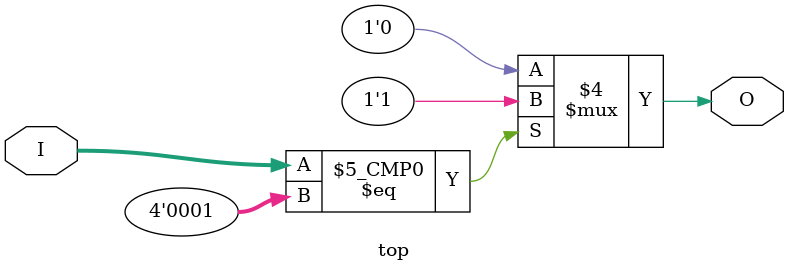
<source format=v>
module top( (* keep *) input [3:0] I, output O);
    always @(I)
    case(I)
        4'b0001 : O = 1;
        4'b0000 : O = 0;
        default : O = 0;
    endcase
endmodule // top

</source>
